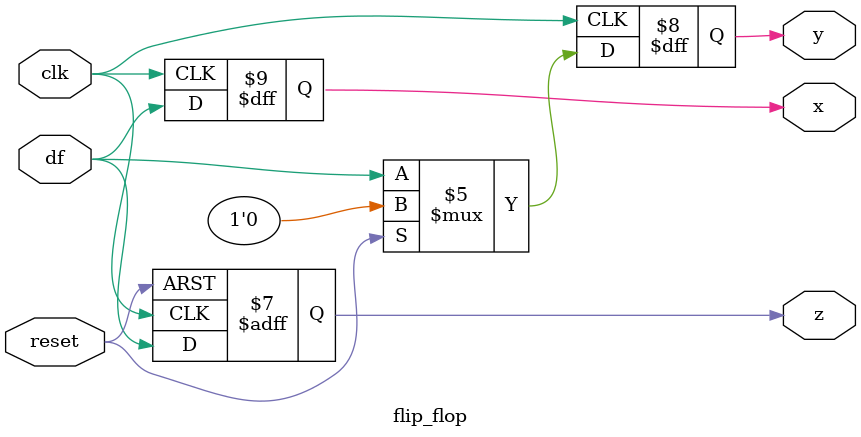
<source format=sv>
module flip_flop (
  input logic clk,
  input logic reset,
  input logic df,
  output logic x,
  output logic y,
  output logic z
);
  //when no reset
  always_ff @(posedge clk)
    x<=df;
  //when sync. reset
  always_ff @(posedge clk)
    if (reset)
      y <= 1'b0;
  else
    y <= df;
  
  //when asynchro. reset
  always_ff @(posedge clk or posedge reset)
    if (reset)
      z <= 1'b0;
  else 
    z <= df;
endmodule

</source>
